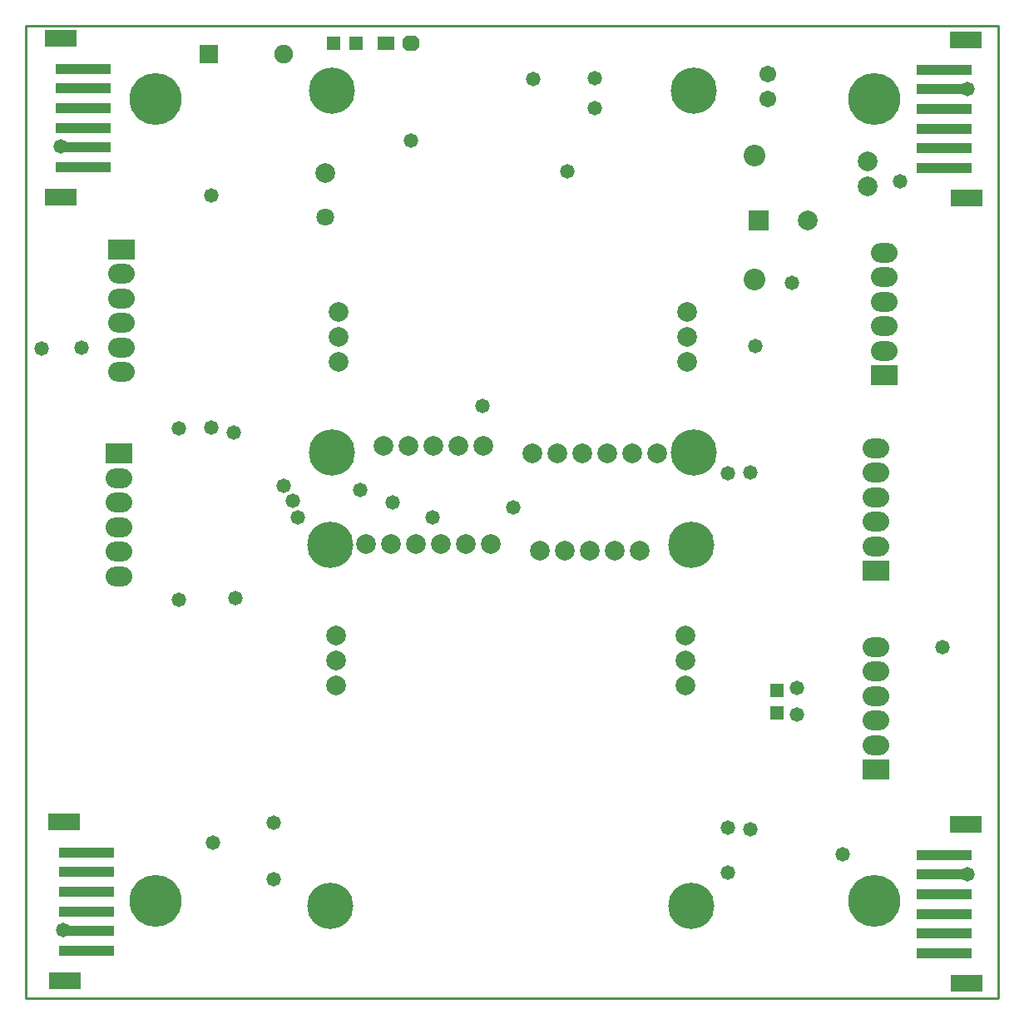
<source format=gts>
G04*
G04 #@! TF.GenerationSoftware,Altium Limited,Altium Designer,20.0.10 (225)*
G04*
G04 Layer_Color=8388736*
%FSLAX24Y24*%
%MOIN*%
G70*
G01*
G75*
%ADD10C,0.0100*%
%ADD23R,0.0680X0.0580*%
G04:AMPARAMS|DCode=24|XSize=68mil|YSize=58mil|CornerRadius=0mil|HoleSize=0mil|Usage=FLASHONLY|Rotation=0.000|XOffset=0mil|YOffset=0mil|HoleType=Round|Shape=Octagon|*
%AMOCTAGOND24*
4,1,8,0.0340,-0.0145,0.0340,0.0145,0.0195,0.0290,-0.0195,0.0290,-0.0340,0.0145,-0.0340,-0.0145,-0.0195,-0.0290,0.0195,-0.0290,0.0340,-0.0145,0.0*
%
%ADD24OCTAGOND24*%

%ADD25R,0.0580X0.0580*%
%ADD26R,0.0580X0.0580*%
%ADD27R,0.2245X0.0395*%
%ADD28R,0.1261X0.0671*%
%ADD29R,0.1064X0.0789*%
%ADD30O,0.1064X0.0789*%
%ADD31C,0.0789*%
%ADD32C,0.0671*%
%ADD33C,0.0867*%
%ADD34R,0.0749X0.0749*%
%ADD35C,0.0749*%
%ADD36R,0.0789X0.0789*%
%ADD37C,0.1852*%
%ADD38C,0.2080*%
%ADD39C,0.0580*%
%ADD40C,0.0710*%
D10*
X58276Y8824D02*
Y47800D01*
X19300Y8824D02*
X58276D01*
X19300D02*
Y47800D01*
X58276D01*
D23*
X33750Y47100D02*
D03*
D24*
X34750D02*
D03*
D25*
X32539D02*
D03*
X31639D02*
D03*
D26*
X49400Y21150D02*
D03*
Y20250D02*
D03*
D27*
X21750Y13887D02*
D03*
Y13100D02*
D03*
Y10738D02*
D03*
Y11525D02*
D03*
Y12313D02*
D03*
Y14675D02*
D03*
X21600Y45287D02*
D03*
Y44500D02*
D03*
Y42138D02*
D03*
Y42925D02*
D03*
Y43713D02*
D03*
Y46075D02*
D03*
X56100Y42888D02*
D03*
Y43675D02*
D03*
Y46037D02*
D03*
Y45250D02*
D03*
Y44463D02*
D03*
Y42100D02*
D03*
Y11425D02*
D03*
Y12213D02*
D03*
Y14575D02*
D03*
Y13787D02*
D03*
Y13000D02*
D03*
Y10638D02*
D03*
D28*
X20850Y15881D02*
D03*
X20869Y9531D02*
D03*
X20700Y47281D02*
D03*
X20719Y40931D02*
D03*
X57000Y40894D02*
D03*
X56981Y47244D02*
D03*
X57000Y9431D02*
D03*
X56981Y15781D02*
D03*
D29*
X23150Y38837D02*
D03*
X23050Y30653D02*
D03*
X53700Y33781D02*
D03*
X53383Y17981D02*
D03*
Y25947D02*
D03*
D30*
X23150Y37853D02*
D03*
Y36869D02*
D03*
Y35884D02*
D03*
Y33916D02*
D03*
Y34900D02*
D03*
X23050Y29669D02*
D03*
Y28684D02*
D03*
Y27700D02*
D03*
Y25731D02*
D03*
Y26716D02*
D03*
X53700Y37719D02*
D03*
Y38703D02*
D03*
Y36734D02*
D03*
Y35750D02*
D03*
Y34766D02*
D03*
X53383Y21918D02*
D03*
Y22903D02*
D03*
Y20934D02*
D03*
Y19950D02*
D03*
Y18966D02*
D03*
Y29884D02*
D03*
Y30868D02*
D03*
Y28900D02*
D03*
Y27916D02*
D03*
Y26932D02*
D03*
D31*
X53050Y42350D02*
D03*
Y41366D02*
D03*
X50634Y40000D02*
D03*
X45800Y34320D02*
D03*
X31823D02*
D03*
X45800Y35320D02*
D03*
X31823Y36320D02*
D03*
Y35320D02*
D03*
X45800Y36320D02*
D03*
X36650Y30950D02*
D03*
X33650D02*
D03*
X37650D02*
D03*
X34650D02*
D03*
X35650D02*
D03*
X44595Y30667D02*
D03*
X39595D02*
D03*
X40595D02*
D03*
X41595D02*
D03*
X42595D02*
D03*
X43595D02*
D03*
X31750Y23380D02*
D03*
X45727D02*
D03*
X31750Y22380D02*
D03*
X45727Y21380D02*
D03*
Y22380D02*
D03*
X31750Y21380D02*
D03*
X40900Y26750D02*
D03*
X43900D02*
D03*
X39900D02*
D03*
X42900D02*
D03*
X41900D02*
D03*
X32955Y27033D02*
D03*
X37955D02*
D03*
X36955D02*
D03*
X35955D02*
D03*
X34955D02*
D03*
X33955D02*
D03*
X31300Y41900D02*
D03*
D32*
X49050Y44866D02*
D03*
Y45850D02*
D03*
D33*
X48500Y37639D02*
D03*
Y42600D02*
D03*
D34*
X26650Y46650D02*
D03*
D35*
X29650D02*
D03*
D36*
X48666Y40000D02*
D03*
D37*
X31563Y45186D02*
D03*
X46059D02*
D03*
Y30690D02*
D03*
X31563D02*
D03*
X45987Y12514D02*
D03*
X31491D02*
D03*
Y27010D02*
D03*
X45987D02*
D03*
D38*
X53300Y12725D02*
D03*
X24500D02*
D03*
X53300Y44875D02*
D03*
X24500D02*
D03*
D39*
X48550Y34950D02*
D03*
X50000Y37500D02*
D03*
X54350Y41550D02*
D03*
X29650Y29350D02*
D03*
X39650Y45650D02*
D03*
X42100Y44500D02*
D03*
X34750Y43200D02*
D03*
X42100Y45700D02*
D03*
X21550Y34900D02*
D03*
X32700Y29213D02*
D03*
X35600Y28100D02*
D03*
X34000Y28700D02*
D03*
X30000Y28750D02*
D03*
X30200Y28100D02*
D03*
X50200Y20200D02*
D03*
X52050Y14600D02*
D03*
X57050Y45250D02*
D03*
Y13800D02*
D03*
X20800Y11550D02*
D03*
X20700Y42950D02*
D03*
X50200Y21250D02*
D03*
X38850Y28500D02*
D03*
X37600Y32550D02*
D03*
X41000Y41950D02*
D03*
X47450Y13850D02*
D03*
X48350Y15600D02*
D03*
X47450Y15650D02*
D03*
X48350Y29900D02*
D03*
X47450Y29875D02*
D03*
X27650Y31500D02*
D03*
X27700Y24850D02*
D03*
X26750Y31700D02*
D03*
X25450Y31650D02*
D03*
Y24800D02*
D03*
X29250Y13600D02*
D03*
Y15850D02*
D03*
X19950Y34850D02*
D03*
X56050Y22900D02*
D03*
X26800Y15050D02*
D03*
X26750Y41000D02*
D03*
D40*
X31300Y40128D02*
D03*
M02*

</source>
